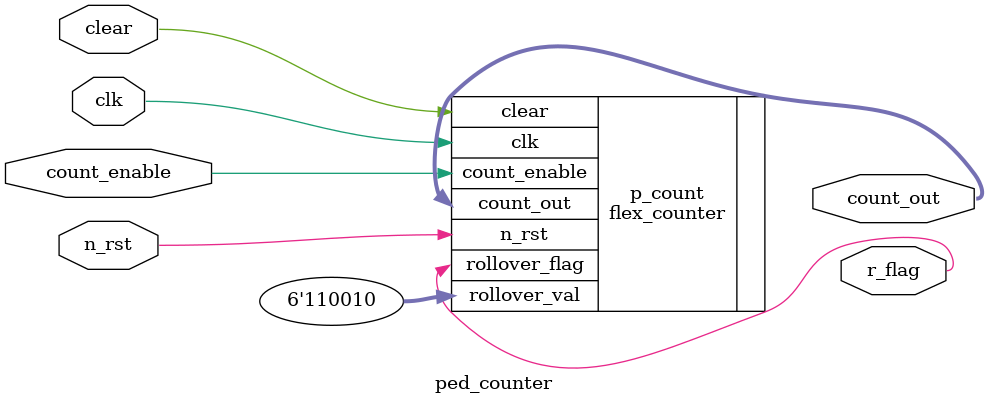
<source format=sv>

module ped_counter
(
  input wire n_rst,clk,
  input wire count_enable,
  input wire clear,
  output wire [5:0] count_out,
  output wire r_flag
);

flex_counter
#(
  .NUM_CNT_BITS(6)
) p_count
(
  .clk(clk),
  .n_rst(n_rst),
  .clear(clear),
  .count_enable(count_enable),
  .rollover_val(6'd50),
  .count_out(count_out),
  .rollover_flag(r_flag)
);

endmodule
</source>
